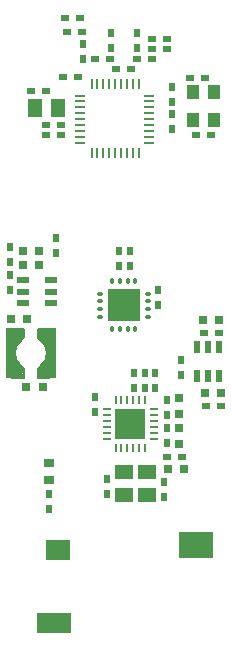
<source format=gtp>
%FSLAX24Y24*%
%MOIN*%
G70*
G01*
G75*
G04 Layer_Color=8421504*
%ADD10C,0.0197*%
%ADD11C,0.0276*%
%ADD12R,0.0250X0.0200*%
%ADD13R,0.0827X0.0689*%
%ADD14R,0.1142X0.0689*%
%ADD15R,0.1142X0.0886*%
%ADD16R,0.0433X0.0236*%
%ADD17R,0.0300X0.0300*%
%ADD18R,0.0300X0.0300*%
%ADD19R,0.0236X0.0433*%
%ADD20R,0.0335X0.1693*%
%ADD21R,0.0200X0.0250*%
%ADD22C,0.0472*%
%ADD23R,0.1102X0.1102*%
%ADD24O,0.0256X0.0138*%
%ADD25O,0.0138X0.0256*%
%ADD26R,0.0591X0.0512*%
%ADD27R,0.0320X0.0300*%
%ADD28R,0.1024X0.1024*%
%ADD29O,0.0098X0.0276*%
%ADD30O,0.0276X0.0098*%
%ADD31R,0.0433X0.0472*%
%ADD32R,0.0354X0.0110*%
%ADD33R,0.0110X0.0354*%
%ADD34R,0.0110X0.0354*%
%ADD35R,0.0512X0.0591*%
%ADD36C,0.0250*%
%ADD37C,0.0150*%
%ADD38C,0.0100*%
%ADD39C,0.0300*%
%ADD40C,0.0400*%
%ADD41C,0.0200*%
%ADD42C,0.0080*%
%ADD43C,0.0350*%
%ADD44C,0.0120*%
%ADD45C,0.0059*%
%ADD46C,0.0500*%
%ADD47C,0.0060*%
%ADD48R,0.0579X0.0630*%
%ADD49R,0.0190X0.0515*%
%ADD50R,0.1180X0.0320*%
%ADD51R,0.0595X0.1290*%
%ADD52R,0.0400X0.0900*%
%ADD53R,0.1029X0.0407*%
%ADD54R,0.0550X0.1050*%
%ADD55R,0.0879X0.3300*%
%ADD56R,0.0570X0.1500*%
%ADD57C,0.0787*%
%ADD58C,0.0866*%
%ADD59R,0.0591X0.0591*%
%ADD60C,0.0591*%
%ADD61R,0.0591X0.0591*%
%ADD62C,0.0320*%
%ADD63C,0.0260*%
%ADD64R,0.1400X0.1000*%
%ADD65C,0.0098*%
%ADD66C,0.0039*%
%ADD67C,0.0079*%
%ADD68C,0.0050*%
%ADD69C,0.0043*%
D10*
X1365Y9470D02*
X1641Y9470D01*
X1365Y9352D02*
X1641D01*
X1365Y10730D02*
X1680Y10730D01*
X1365Y10848D02*
X1601D01*
X459Y10691D02*
X735D01*
X381Y10848D02*
X735D01*
X459Y9509D02*
X735Y9509D01*
X420Y9352D02*
X735D01*
D11*
X1413Y9576D02*
G03*
X1413Y10624I-363J524D01*
G01*
X687D02*
G03*
X687Y9576I363J-524D01*
G01*
D12*
X7400Y8330D02*
D03*
X6900D02*
D03*
X6100Y6650D02*
D03*
X5600D02*
D03*
X2610Y19310D02*
D03*
X2110D02*
D03*
X1550Y18850D02*
D03*
X1050Y18850D02*
D03*
X5090Y19900D02*
D03*
X4590D02*
D03*
X4400Y19560D02*
D03*
X3900D02*
D03*
X3200Y19910D02*
D03*
X3700D02*
D03*
X2750Y20790D02*
D03*
X2250D02*
D03*
X6370Y19270D02*
D03*
X6870Y19270D02*
D03*
X7070Y17370D02*
D03*
X6570D02*
D03*
X5090Y20240D02*
D03*
X5590D02*
D03*
X5090Y20580D02*
D03*
X5590D02*
D03*
X1550Y17360D02*
D03*
X2050D02*
D03*
X1550Y17710D02*
D03*
X2050D02*
D03*
X2200Y21270D02*
D03*
X2700D02*
D03*
X6810Y10760D02*
D03*
X7310D02*
D03*
D13*
X1970Y3550D02*
D03*
D14*
X1820Y1100D02*
D03*
D15*
X6570Y3700D02*
D03*
D16*
X1722Y11776D02*
D03*
Y12150D02*
D03*
Y12524D02*
D03*
X778D02*
D03*
Y12150D02*
D03*
Y11776D02*
D03*
D17*
X6000Y8080D02*
D03*
Y8620D02*
D03*
Y7080D02*
D03*
Y7620D02*
D03*
D18*
X6170Y6250D02*
D03*
X5630D02*
D03*
X6780Y11200D02*
D03*
X7320D02*
D03*
X780Y13050D02*
D03*
X1320Y13050D02*
D03*
X780Y13500D02*
D03*
X1320D02*
D03*
X920Y11250D02*
D03*
X380D02*
D03*
X6840Y8770D02*
D03*
X7380D02*
D03*
X1440Y8960D02*
D03*
X900D02*
D03*
D19*
X7324Y10292D02*
D03*
X6950D02*
D03*
X6576D02*
D03*
X6576Y9348D02*
D03*
X6950D02*
D03*
X7324Y9348D02*
D03*
D20*
X371Y10100D02*
D03*
X1729D02*
D03*
D21*
X350Y12200D02*
D03*
Y12700D02*
D03*
X1900Y13450D02*
D03*
Y13950D02*
D03*
X6050Y9370D02*
D03*
Y9870D02*
D03*
X5300Y11700D02*
D03*
X5300Y12200D02*
D03*
X4350Y13000D02*
D03*
Y13500D02*
D03*
X4000Y13000D02*
D03*
Y13500D02*
D03*
X1640Y4900D02*
D03*
Y5400D02*
D03*
X5500Y5800D02*
D03*
Y5300D02*
D03*
X3600Y5400D02*
D03*
Y5900D02*
D03*
X4856Y8944D02*
D03*
X4856Y9444D02*
D03*
X4500Y8950D02*
D03*
X4500Y9450D02*
D03*
X3200Y8150D02*
D03*
Y8650D02*
D03*
X5600Y8050D02*
D03*
Y8550D02*
D03*
Y7100D02*
D03*
Y7600D02*
D03*
X5770Y18470D02*
D03*
Y18970D02*
D03*
Y18070D02*
D03*
Y17570D02*
D03*
X4590Y20280D02*
D03*
Y20780D02*
D03*
X2800Y19910D02*
D03*
Y20410D02*
D03*
X3710Y20780D02*
D03*
Y20280D02*
D03*
X5200Y8950D02*
D03*
Y9450D02*
D03*
X350Y13650D02*
D03*
Y13150D02*
D03*
D23*
X4150Y11700D02*
D03*
D24*
X4947Y12084D02*
D03*
Y11828D02*
D03*
Y11572D02*
D03*
Y11316D02*
D03*
X3353D02*
D03*
Y11572D02*
D03*
Y11828D02*
D03*
Y12084D02*
D03*
D25*
X4534Y10903D02*
D03*
X4278D02*
D03*
X4022D02*
D03*
X3766D02*
D03*
Y12497D02*
D03*
X4022D02*
D03*
X4278D02*
D03*
X4534D02*
D03*
D26*
X4164Y5386D02*
D03*
X4164Y6134D02*
D03*
X4914Y5386D02*
D03*
Y6134D02*
D03*
D27*
X1640Y6430D02*
D03*
X1640Y5880D02*
D03*
D28*
X4364Y7736D02*
D03*
D29*
X4856Y6949D02*
D03*
X4659D02*
D03*
X4462D02*
D03*
X4265D02*
D03*
X4069D02*
D03*
X3872D02*
D03*
Y8524D02*
D03*
X4069D02*
D03*
X4265D02*
D03*
X4462D02*
D03*
X4659D02*
D03*
X4856D02*
D03*
D30*
X3576Y7244D02*
D03*
Y7441D02*
D03*
Y7638D02*
D03*
X3576Y7835D02*
D03*
X3576Y8031D02*
D03*
Y8228D02*
D03*
X5151D02*
D03*
Y8031D02*
D03*
Y7835D02*
D03*
Y7638D02*
D03*
Y7441D02*
D03*
Y7244D02*
D03*
D31*
X6449Y17880D02*
D03*
X7151D02*
D03*
X6451Y18820D02*
D03*
X7151D02*
D03*
D32*
X2702Y17900D02*
D03*
Y18294D02*
D03*
Y18688D02*
D03*
X4998Y18688D02*
D03*
X2702Y17113D02*
D03*
Y18097D02*
D03*
Y17310D02*
D03*
Y17506D02*
D03*
Y17703D02*
D03*
Y18491D02*
D03*
X4998D02*
D03*
Y17703D02*
D03*
Y17506D02*
D03*
Y18294D02*
D03*
Y18097D02*
D03*
Y17900D02*
D03*
Y17310D02*
D03*
Y17113D02*
D03*
D33*
X4647Y19058D02*
D03*
Y16762D02*
D03*
X3072Y16762D02*
D03*
X4450Y16762D02*
D03*
X3663Y16762D02*
D03*
X3466D02*
D03*
X4254D02*
D03*
X4057D02*
D03*
X3860D02*
D03*
X3072Y19058D02*
D03*
X3860D02*
D03*
X4057D02*
D03*
X3269D02*
D03*
X3466D02*
D03*
X3663D02*
D03*
X4254D02*
D03*
X4450Y19058D02*
D03*
D34*
X3269Y16762D02*
D03*
D35*
X1202Y18260D02*
D03*
X1950D02*
D03*
D45*
X1296Y10602D02*
Y10917D01*
X1611D01*
X804Y10641D02*
Y10917D01*
X489D02*
X804D01*
Y9283D02*
Y9598D01*
X450Y9283D02*
X804D01*
X1296D02*
Y9598D01*
Y9283D02*
X1650D01*
M02*

</source>
